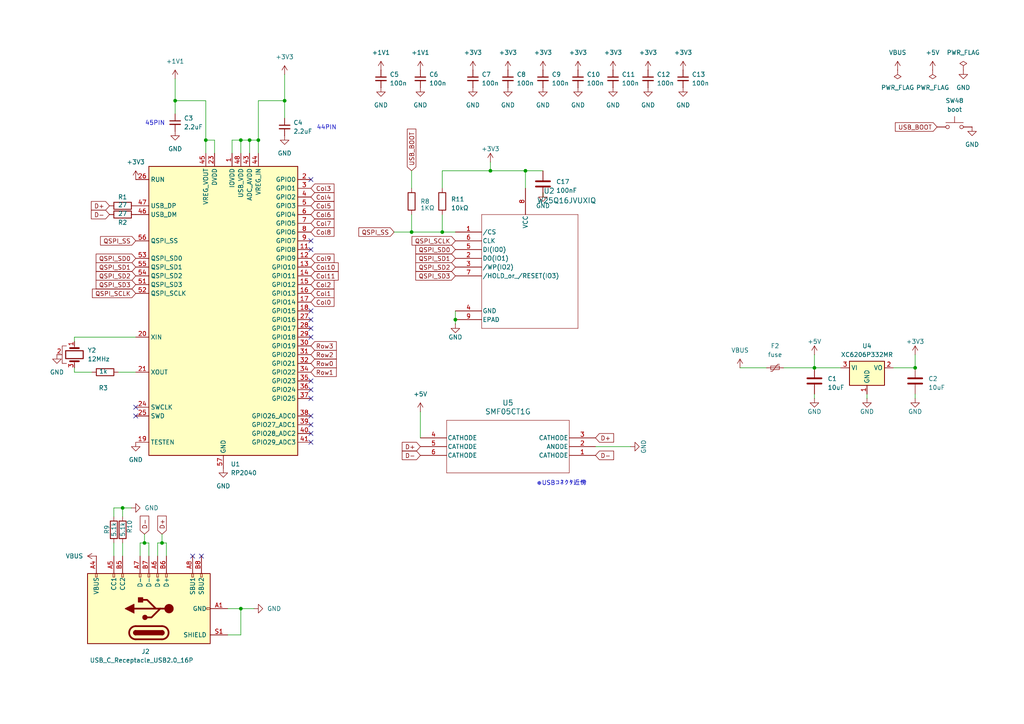
<source format=kicad_sch>
(kicad_sch (version 20250114) (generator "eeschema") (generator_version "9.0")
  (paper "A4")
  (text "45PIN" (at 44.958 35.814 0) (effects (font (size 1.27 1.27))))
  (text "※USBコネクタ近傍" (at 170.18 140.97 0) (effects (font (size 1.27 1.27)) (justify right bottom)))
  (text "44PIN" (at 94.742 37.084 0) (effects (font (size 1.27 1.27))))
  (junction (at 391.16 -5.08))
  (junction (at 332.74 -50.8))
  (junction (at 267.97 -69.85))
  (junction (at 283.21 -43.18))
  (junction (at 311.15 -69.85))
  (junction (at 375.92 -50.8))
  (junction (at 69.85 40.64))
  (junction (at 152.4 49.53))
  (junction (at 337.82 -5.08))
  (junction (at 119.38 67.31))
  (junction (at 224.79 -50.8))
  (junction (at 240.03 -5.08))
  (junction (at 326.39 -43.18))
  (junction (at 419.1 -69.85))
  (junction (at 419.1 -50.8))
  (junction (at 412.75 -43.18))
  (junction (at 265.43 106.68))
  (junction (at 304.8 -43.18))
  (junction (at 203.2 -69.85))
  (junction (at 261.62 -62.23))
  (junction (at 72.39 40.64))
  (junction (at 304.8 -5.08))
  (junction (at 369.57 -62.23))
  (junction (at 304.8 -24.13))
  (junction (at 128.27 67.31))
  (junction (at 132.08 92.71))
  (junction (at 283.21 -62.23))
  (junction (at 347.98 -62.23))
  (junction (at 419.1 -31.75))
  (junction (at 311.15 -31.75))
  (junction (at 261.62 -24.13))
  (junction (at 69.85 176.53))
  (junction (at 240.03 -24.13))
  (junction (at 397.51 -69.85))
  (junction (at 224.79 -31.75))
  (junction (at 397.51 -50.8))
  (junction (at 412.75 -24.13))
  (junction (at 326.39 -24.13))
  (junction (at 434.34 -24.13))
  (junction (at 203.2 -50.8))
  (junction (at 391.16 -24.13))
  (junction (at 375.92 -69.85))
  (junction (at 412.75 -62.23))
  (junction (at 218.44 -43.18))
  (junction (at 82.55 29.21))
  (junction (at 261.62 -43.18))
  (junction (at 354.33 -69.85))
  (junction (at 218.44 -24.13))
  (junction (at 434.34 -62.23))
  (junction (at 246.38 -69.85))
  (junction (at 354.33 -50.8))
  (junction (at 267.97 -31.75))
  (junction (at 59.69 40.64))
  (junction (at 369.57 -24.13))
  (junction (at 326.39 -62.23))
  (junction (at 283.21 -5.08))
  (junction (at 267.97 -50.8))
  (junction (at 142.24 49.53))
  (junction (at 218.44 -5.08))
  (junction (at 289.56 -31.75))
  (junction (at 246.38 -31.75))
  (junction (at 369.57 -5.08))
  (junction (at 246.38 -50.8))
  (junction (at 50.8 29.21))
  (junction (at 391.16 -62.23))
  (junction (at 240.03 -62.23))
  (junction (at 261.62 -5.08))
  (junction (at 347.98 -24.13))
  (junction (at 289.56 -50.8))
  (junction (at 397.51 -31.75))
  (junction (at 41.91 157.48))
  (junction (at 35.56 147.32))
  (junction (at 236.22 106.68))
  (junction (at 434.34 -43.18))
  (junction (at 347.98 -43.18))
  (junction (at 332.74 -69.85))
  (junction (at 434.34 -5.08))
  (junction (at 74.93 40.64))
  (junction (at 46.99 157.48))
  (junction (at 440.69 -31.75))
  (junction (at 283.21 -24.13))
  (junction (at 311.15 -50.8))
  (junction (at 354.33 -31.75))
  (junction (at 289.56 -69.85))
  (junction (at 391.16 -43.18))
  (junction (at 203.2 -31.75))
  (junction (at 440.69 -50.8))
  (junction (at 412.75 -5.08))
  (junction (at 304.8 -62.23))
  (junction (at 375.92 -31.75))
  (junction (at 218.44 -62.23))
  (junction (at 240.03 -43.18))
  (junction (at 224.79 -69.85))
  (junction (at 440.69 -69.85))
  (junction (at 369.57 -43.18))
  (no_connect (at 90.17 92.71))
  (no_connect (at 90.17 69.85))
  (no_connect (at 90.17 90.17))
  (no_connect (at 39.37 118.11))
  (no_connect (at 58.42 161.29))
  (no_connect (at 90.17 95.25))
  (no_connect (at 90.17 110.49))
  (no_connect (at 90.17 97.79))
  (no_connect (at 90.17 52.07))
  (no_connect (at 90.17 115.57))
  (no_connect (at 39.37 120.65))
  (no_connect (at 90.17 113.03))
  (no_connect (at 90.17 123.19))
  (no_connect (at 90.17 125.73))
  (no_connect (at 90.17 128.27))
  (no_connect (at 55.88 161.29))
  (no_connect (at 90.17 72.39))
  (no_connect (at 90.17 120.65))
  (wire (pts (xy 142.24 49.53) (xy 142.24 46.99)))
  (wire (pts (xy 66.04 184.15) (xy 69.85 184.15)))
  (wire (pts (xy 419.1 -69.85) (xy 419.1 -50.8)))
  (wire (pts (xy 114.3 67.31) (xy 119.38 67.31)))
  (wire (pts (xy 326.39 -24.13) (xy 347.98 -24.13)))
  (wire (pts (xy 369.57 -43.18) (xy 391.16 -43.18)))
  (wire (pts (xy 200.66 -24.13) (xy 218.44 -24.13)))
  (wire (pts (xy 246.38 -50.8) (xy 246.38 -31.75)))
  (wire (pts (xy 59.69 44.45) (xy 59.69 40.64)))
  (wire (pts (xy 419.1 -50.8) (xy 419.1 -31.75)))
  (wire (pts (xy 50.8 29.21) (xy 59.69 29.21)))
  (wire (pts (xy 69.85 176.53) (xy 73.66 176.53)))
  (wire (pts (xy 283.21 -62.23) (xy 304.8 -62.23)))
  (wire (pts (xy 265.43 115.57) (xy 265.43 114.3)))
  (wire (pts (xy 41.91 157.48) (xy 41.91 154.94)))
  (wire (pts (xy 132.08 92.71) (xy 132.08 93.98)))
  (wire (pts (xy 240.03 -24.13) (xy 261.62 -24.13)))
  (wire (pts (xy 132.08 90.17) (xy 132.08 92.71)))
  (wire (pts (xy 419.1 -81.28) (xy 419.1 -69.85)))
  (wire (pts (xy 332.74 -81.28) (xy 332.74 -69.85)))
  (wire (pts (xy 59.69 40.64) (xy 59.69 29.21)))
  (wire (pts (xy 236.22 114.3) (xy 236.22 115.57)))
  (wire (pts (xy 218.44 -62.23) (xy 240.03 -62.23)))
  (wire (pts (xy 391.16 -5.08) (xy 412.75 -5.08)))
  (wire (pts (xy 119.38 62.23) (xy 119.38 67.31)))
  (wire (pts (xy 326.39 -43.18) (xy 347.98 -43.18)))
  (wire (pts (xy 35.56 147.32) (xy 38.1 147.32)))
  (wire (pts (xy 203.2 -31.75) (xy 203.2 -12.7)))
  (wire (pts (xy 69.85 40.64) (xy 69.85 44.45)))
  (wire (pts (xy 142.24 49.53) (xy 152.4 49.53)))
  (wire (pts (xy 128.27 62.23) (xy 128.27 67.31)))
  (wire (pts (xy 267.97 -81.28) (xy 267.97 -69.85)))
  (wire (pts (xy 369.57 -62.23) (xy 391.16 -62.23)))
  (wire (pts (xy 67.31 40.64) (xy 67.31 44.45)))
  (wire (pts (xy 283.21 -43.18) (xy 304.8 -43.18)))
  (wire (pts (xy 419.1 -31.75) (xy 419.1 -12.7)))
  (wire (pts (xy 121.92 119.38) (xy 121.92 127)))
  (wire (pts (xy 326.39 -62.23) (xy 347.98 -62.23)))
  (wire (pts (xy 35.56 147.32) (xy 35.56 149.86)))
  (wire (pts (xy 289.56 -31.75) (xy 289.56 -12.7)))
  (wire (pts (xy 69.85 184.15) (xy 69.85 176.53)))
  (wire (pts (xy 218.44 -43.18) (xy 240.03 -43.18)))
  (wire (pts (xy 218.44 -24.13) (xy 240.03 -24.13)))
  (wire (pts (xy 289.56 -69.85) (xy 289.56 -50.8)))
  (wire (pts (xy 434.34 -62.23) (xy 455.93 -62.23)))
  (wire (pts (xy 236.22 106.68) (xy 236.22 102.87)))
  (wire (pts (xy 259.08 106.68) (xy 265.43 106.68)))
  (wire (pts (xy 224.79 -50.8) (xy 224.79 -31.75)))
  (wire (pts (xy 240.03 -5.08) (xy 261.62 -5.08)))
  (wire (pts (xy 218.44 -5.08) (xy 240.03 -5.08)))
  (wire (pts (xy 397.51 -31.75) (xy 397.51 -12.7)))
  (wire (pts (xy 152.4 49.53) (xy 157.48 49.53)))
  (wire (pts (xy 236.22 106.68) (xy 243.84 106.68)))
  (wire (pts (xy 267.97 -31.75) (xy 267.97 -12.7)))
  (wire (pts (xy 354.33 -50.8) (xy 354.33 -31.75)))
  (wire (pts (xy 311.15 -69.85) (xy 311.15 -50.8)))
  (wire (pts (xy 369.57 -24.13) (xy 391.16 -24.13)))
  (wire (pts (xy 62.23 44.45) (xy 62.23 40.64)))
  (wire (pts (xy 50.8 29.21) (xy 50.8 33.02)))
  (wire (pts (xy 412.75 -43.18) (xy 434.34 -43.18)))
  (wire (pts (xy 74.93 40.64) (xy 74.93 44.45)))
  (wire (pts (xy 26.67 107.95) (xy 21.59 107.95)))
  (wire (pts (xy 412.75 -5.08) (xy 434.34 -5.08)))
  (wire (pts (xy 48.26 157.48) (xy 46.99 157.48)))
  (wire (pts (xy 40.64 161.29) (xy 40.64 157.48)))
  (wire (pts (xy 43.18 157.48) (xy 41.91 157.48)))
  (wire (pts (xy 332.74 -50.8) (xy 332.74 -31.75)))
  (wire (pts (xy 246.38 -81.28) (xy 246.38 -69.85)))
  (wire (pts (xy 224.79 -69.85) (xy 224.79 -50.8)))
  (wire (pts (xy 82.55 21.59) (xy 82.55 29.21)))
  (wire (pts (xy 152.4 49.53) (xy 152.4 54.61)))
  (wire (pts (xy 434.34 -43.18) (xy 455.93 -43.18)))
  (wire (pts (xy 21.59 97.79) (xy 21.59 99.06)))
  (wire (pts (xy 251.46 115.57) (xy 251.46 114.3)))
  (wire (pts (xy 347.98 -62.23) (xy 369.57 -62.23)))
  (wire (pts (xy 74.93 40.64) (xy 74.93 29.21)))
  (wire (pts (xy 412.75 -24.13) (xy 434.34 -24.13)))
  (wire (pts (xy 391.16 -62.23) (xy 412.75 -62.23)))
  (wire (pts (xy 434.34 -5.08) (xy 455.93 -5.08)))
  (wire (pts (xy 412.75 -62.23) (xy 434.34 -62.23)))
  (wire (pts (xy 128.27 49.53) (xy 128.27 54.61)))
  (wire (pts (xy 35.56 157.48) (xy 35.56 161.29)))
  (wire (pts (xy 304.8 -43.18) (xy 326.39 -43.18)))
  (wire (pts (xy 45.72 161.29) (xy 45.72 157.48)))
  (wire (pts (xy 261.62 -5.08) (xy 283.21 -5.08)))
  (wire (pts (xy 283.21 -5.08) (xy 304.8 -5.08)))
  (wire (pts (xy 82.55 29.21) (xy 82.55 34.29)))
  (wire (pts (xy 347.98 -24.13) (xy 369.57 -24.13)))
  (wire (pts (xy 203.2 -81.28) (xy 203.2 -69.85)))
  (wire (pts (xy 200.66 -62.23) (xy 218.44 -62.23)))
  (wire (pts (xy 157.48 55.88) (xy 157.48 57.15)))
  (wire (pts (xy 289.56 -81.28) (xy 289.56 -69.85)))
  (wire (pts (xy 354.33 -69.85) (xy 354.33 -50.8)))
  (wire (pts (xy 311.15 -31.75) (xy 311.15 -12.7)))
  (wire (pts (xy 240.03 -43.18) (xy 261.62 -43.18)))
  (wire (pts (xy 224.79 -31.75) (xy 224.79 -12.7)))
  (wire (pts (xy 67.31 40.64) (xy 69.85 40.64)))
  (wire (pts (xy 375.92 -31.75) (xy 375.92 -12.7)))
  (wire (pts (xy 69.85 40.64) (xy 72.39 40.64)))
  (wire (pts (xy 21.59 107.95) (xy 21.59 106.68)))
  (wire (pts (xy 337.82 -5.08) (xy 369.57 -5.08)))
  (wire (pts (xy 200.66 -5.08) (xy 218.44 -5.08)))
  (wire (pts (xy 311.15 -81.28) (xy 311.15 -69.85)))
  (wire (pts (xy 224.79 -81.28) (xy 224.79 -69.85)))
  (wire (pts (xy 397.51 -69.85) (xy 397.51 -50.8)))
  (wire (pts (xy 369.57 -5.08) (xy 391.16 -5.08)))
  (wire (pts (xy 354.33 -31.75) (xy 354.33 -12.7)))
  (wire (pts (xy 397.51 -81.28) (xy 397.51 -69.85)))
  (wire (pts (xy 311.15 -12.7) (xy 322.58 -12.7)))
  (wire (pts (xy 45.72 157.48) (xy 46.99 157.48)))
  (wire (pts (xy 246.38 -69.85) (xy 246.38 -50.8)))
  (wire (pts (xy 48.26 161.29) (xy 48.26 157.48)))
  (wire (pts (xy 40.64 157.48) (xy 41.91 157.48)))
  (wire (pts (xy 304.8 -24.13) (xy 326.39 -24.13)))
  (wire (pts (xy 391.16 -43.18) (xy 412.75 -43.18)))
  (wire (pts (xy 240.03 -62.23) (xy 261.62 -62.23)))
  (wire (pts (xy 267.97 -69.85) (xy 267.97 -50.8)))
  (wire (pts (xy 304.8 -5.08) (xy 337.82 -5.08)))
  (wire (pts (xy 203.2 -69.85) (xy 203.2 -50.8)))
  (wire (pts (xy 33.02 147.32) (xy 35.56 147.32)))
  (wire (pts (xy 182.88 129.54) (xy 172.72 129.54)))
  (wire (pts (xy 397.51 -50.8) (xy 397.51 -31.75)))
  (wire (pts (xy 440.69 -50.8) (xy 440.69 -31.75)))
  (wire (pts (xy 375.92 -69.85) (xy 375.92 -50.8)))
  (wire (pts (xy 33.02 157.48) (xy 33.02 161.29)))
  (wire (pts (xy 74.93 29.21) (xy 82.55 29.21)))
  (wire (pts (xy 261.62 -24.13) (xy 283.21 -24.13)))
  (wire (pts (xy 261.62 -43.18) (xy 283.21 -43.18)))
  (wire (pts (xy 128.27 67.31) (xy 132.08 67.31)))
  (wire (pts (xy 440.69 -69.85) (xy 440.69 -50.8)))
  (wire (pts (xy 347.98 -43.18) (xy 369.57 -43.18)))
  (wire (pts (xy 354.33 -81.28) (xy 354.33 -69.85)))
  (wire (pts (xy 72.39 40.64) (xy 72.39 44.45)))
  (wire (pts (xy 265.43 102.87) (xy 265.43 106.68)))
  (wire (pts (xy 267.97 -50.8) (xy 267.97 -31.75)))
  (wire (pts (xy 50.8 22.86) (xy 50.8 29.21)))
  (wire (pts (xy 203.2 -50.8) (xy 203.2 -31.75)))
  (wire (pts (xy 311.15 -50.8) (xy 311.15 -31.75)))
  (wire (pts (xy 214.63 106.68) (xy 222.25 106.68)))
  (wire (pts (xy 33.02 149.86) (xy 33.02 147.32)))
  (wire (pts (xy 43.18 161.29) (xy 43.18 157.48)))
  (wire (pts (xy 391.16 -24.13) (xy 412.75 -24.13)))
  (wire (pts (xy 375.92 -50.8) (xy 375.92 -31.75)))
  (wire (pts (xy 59.69 40.64) (xy 62.23 40.64)))
  (wire (pts (xy 440.69 -81.28) (xy 440.69 -69.85)))
  (wire (pts (xy 142.24 49.53) (xy 128.27 49.53)))
  (wire (pts (xy 39.37 97.79) (xy 21.59 97.79)))
  (wire (pts (xy 46.99 157.48) (xy 46.99 154.94)))
  (wire (pts (xy 283.21 -24.13) (xy 304.8 -24.13)))
  (wire (pts (xy 434.34 -24.13) (xy 455.93 -24.13)))
  (wire (pts (xy 332.74 -69.85) (xy 332.74 -50.8)))
  (wire (pts (xy 375.92 -81.28) (xy 375.92 -69.85)))
  (wire (pts (xy 304.8 -62.23) (xy 326.39 -62.23)))
  (wire (pts (xy 119.38 49.53) (xy 119.38 54.61)))
  (wire (pts (xy 119.38 67.31) (xy 128.27 67.31)))
  (wire (pts (xy 200.66 -43.18) (xy 218.44 -43.18)))
  (wire (pts (xy 72.39 40.64) (xy 74.93 40.64)))
  (wire (pts (xy 246.38 -31.75) (xy 246.38 -12.7)))
  (wire (pts (xy 289.56 -50.8) (xy 289.56 -31.75)))
  (wire (pts (xy 34.29 107.95) (xy 39.37 107.95)))
  (wire (pts (xy 261.62 -62.23) (xy 283.21 -62.23)))
  (wire (pts (xy 66.04 176.53) (xy 69.85 176.53)))
  (wire (pts (xy 227.33 106.68) (xy 236.22 106.68)))
  (wire (pts (xy 440.69 -31.75) (xy 440.69 -12.7)))
  (global_label "Col3" (shape input) (at 90.17 54.61 0) (property "Intersheetrefs" "${INTERSHEET_REFS}" (effects (hide yes))))
  (global_label "USB_BOOT" (shape input) (at 119.38 49.53 90) (property "Intersheetrefs" "${INTERSHEET_REFS}" (effects (hide yes))))
  (global_label "QSPI_SS" (shape input) (at 114.3 67.31 180) (property "Intersheetrefs" "${INTERSHEET_REFS}" (effects (hide yes))))
  (global_label "Row3" (shape input) (at 200.66 -5.08 180) (property "Intersheetrefs" "${INTERSHEET_REFS}" (effects (hide yes))))
  (global_label "Col5" (shape input) (at 90.17 59.69 0) (property "Intersheetrefs" "${INTERSHEET_REFS}" (effects (hide yes))))
  (global_label "Col6" (shape input) (at 332.74 -81.28 90) (property "Intersheetrefs" "${INTERSHEET_REFS}" (effects (hide yes))))
  (global_label "Col1" (shape input) (at 90.17 85.09 0) (property "Intersheetrefs" "${INTERSHEET_REFS}" (effects (hide yes))))
  (global_label "QSPI_SCLK" (shape input) (at 39.37 85.09 180) (property "Intersheetrefs" "${INTERSHEET_REFS}" (effects (hide yes))))
  (global_label "Col0" (shape input) (at 203.2 -81.28 90) (property "Intersheetrefs" "${INTERSHEET_REFS}" (effects (hide yes))))
  (global_label "QSPI_SD2" (shape input) (at 39.37 80.01 180) (property "Intersheetrefs" "${INTERSHEET_REFS}" (effects (hide yes))))
  (global_label "Row3" (shape input) (at 90.17 100.33 0) (property "Intersheetrefs" "${INTERSHEET_REFS}" (effects (hide yes))))
  (global_label "QSPI_SS" (shape input) (at 39.37 69.85 180) (property "Intersheetrefs" "${INTERSHEET_REFS}" (effects (hide yes))))
  (global_label "Col5" (shape input) (at 311.15 -81.28 90) (property "Intersheetrefs" "${INTERSHEET_REFS}" (effects (hide yes))))
  (global_label "Col0" (shape input) (at 90.17 87.63 0) (property "Intersheetrefs" "${INTERSHEET_REFS}" (effects (hide yes))))
  (global_label "Col3" (shape input) (at 267.97 -81.28 90) (property "Intersheetrefs" "${INTERSHEET_REFS}" (effects (hide yes))))
  (global_label "QSPI_SD0" (shape input) (at 39.37 74.93 180) (property "Intersheetrefs" "${INTERSHEET_REFS}" (effects (hide yes))))
  (global_label "QSPI_SD2" (shape input) (at 132.08 77.47 180) (property "Intersheetrefs" "${INTERSHEET_REFS}" (effects (hide yes))))
  (global_label "Col4" (shape input) (at 289.56 -81.28 90) (property "Intersheetrefs" "${INTERSHEET_REFS}" (effects (hide yes))))
  (global_label "Col10" (shape input) (at 419.1 -81.28 90) (property "Intersheetrefs" "${INTERSHEET_REFS}" (effects (hide yes))))
  (global_label "Col11" (shape input) (at 440.69 -81.28 90) (property "Intersheetrefs" "${INTERSHEET_REFS}" (effects (hide yes))))
  (global_label "Col9" (shape input) (at 397.51 -81.28 90) (property "Intersheetrefs" "${INTERSHEET_REFS}" (effects (hide yes))))
  (global_label "Col9" (shape input) (at 90.17 74.93 0) (property "Intersheetrefs" "${INTERSHEET_REFS}" (effects (hide yes))))
  (global_label "Col10" (shape input) (at 90.17 77.47 0) (property "Intersheetrefs" "${INTERSHEET_REFS}" (effects (hide yes))))
  (global_label "QSPI_SD1" (shape input) (at 132.08 74.93 180) (property "Intersheetrefs" "${INTERSHEET_REFS}" (effects (hide yes))))
  (global_label "D+" (shape input) (at 121.92 129.54 180) (property "Intersheetrefs" "${INTERSHEET_REFS}" (effects (hide yes))))
  (global_label "D+" (shape input) (at 46.99 154.94 90) (property "Intersheetrefs" "${INTERSHEET_REFS}" (effects (hide yes))))
  (global_label "USB_BOOT" (shape input) (at 271.78 36.83 180) (property "Intersheetrefs" "${INTERSHEET_REFS}" (effects (hide yes))))
  (global_label "Col1" (shape input) (at 224.79 -81.28 90) (property "Intersheetrefs" "${INTERSHEET_REFS}" (effects (hide yes))))
  (global_label "Col8" (shape input) (at 375.92 -81.28 90) (property "Intersheetrefs" "${INTERSHEET_REFS}" (effects (hide yes))))
  (global_label "QSPI_SD0" (shape input) (at 132.08 72.39 180) (property "Intersheetrefs" "${INTERSHEET_REFS}" (effects (hide yes))))
  (global_label "QSPI_SD3" (shape input) (at 39.37 82.55 180) (property "Intersheetrefs" "${INTERSHEET_REFS}" (effects (hide yes))))
  (global_label "Col2" (shape input) (at 246.38 -81.28 90) (property "Intersheetrefs" "${INTERSHEET_REFS}" (effects (hide yes))))
  (global_label "D-" (shape input) (at 172.72 132.08 0) (property "Intersheetrefs" "${INTERSHEET_REFS}" (effects (hide yes))))
  (global_label "QSPI_SCLK" (shape input) (at 132.08 69.85 180) (property "Intersheetrefs" "${INTERSHEET_REFS}" (effects (hide yes))))
  (global_label "Row0" (shape input) (at 200.66 -62.23 180) (property "Intersheetrefs" "${INTERSHEET_REFS}" (effects (hide yes))))
  (global_label "QSPI_SD3" (shape input) (at 132.08 80.01 180) (property "Intersheetrefs" "${INTERSHEET_REFS}" (effects (hide yes))))
  (global_label "Col4" (shape input) (at 90.17 57.15 0) (property "Intersheetrefs" "${INTERSHEET_REFS}" (effects (hide yes))))
  (global_label "D-" (shape input) (at 31.75 62.23 180) (property "Intersheetrefs" "${INTERSHEET_REFS}" (effects (hide yes))))
  (global_label "Col8" (shape input) (at 90.17 67.31 0) (property "Intersheetrefs" "${INTERSHEET_REFS}" (effects (hide yes))))
  (global_label "Col2" (shape input) (at 90.17 82.55 0) (property "Intersheetrefs" "${INTERSHEET_REFS}" (effects (hide yes))))
  (global_label "D+" (shape input) (at 172.72 127 0) (property "Intersheetrefs" "${INTERSHEET_REFS}" (effects (hide yes))))
  (global_label "Col7" (shape input) (at 90.17 64.77 0) (property "Intersheetrefs" "${INTERSHEET_REFS}" (effects (hide yes))))
  (global_label "QSPI_SD1" (shape input) (at 39.37 77.47 180) (property "Intersheetrefs" "${INTERSHEET_REFS}" (effects (hide yes))))
  (global_label "Col6" (shape input) (at 90.17 62.23 0) (property "Intersheetrefs" "${INTERSHEET_REFS}" (effects (hide yes))))
  (global_label "Row0" (shape input) (at 90.17 105.41 0) (property "Intersheetrefs" "${INTERSHEET_REFS}" (effects (hide yes))))
  (global_label "D-" (shape input) (at 121.92 132.08 180) (property "Intersheetrefs" "${INTERSHEET_REFS}" (effects (hide yes))))
  (global_label "Col11" (shape input) (at 90.17 80.01 0) (property "Intersheetrefs" "${INTERSHEET_REFS}" (effects (hide yes))))
  (global_label "Row2" (shape input) (at 200.66 -24.13 180) (property "Intersheetrefs" "${INTERSHEET_REFS}" (effects (hide yes))))
  (global_label "Col7" (shape input) (at 354.33 -81.28 90) (property "Intersheetrefs" "${INTERSHEET_REFS}" (effects (hide yes))))
  (global_label "Row1" (shape input) (at 90.17 107.95 0) (property "Intersheetrefs" "${INTERSHEET_REFS}" (effects (hide yes))))
  (global_label "D-" (shape input) (at 41.91 154.94 90) (property "Intersheetrefs" "${INTERSHEET_REFS}" (effects (hide yes))))
  (global_label "Row2" (shape input) (at 90.17 102.87 0) (property "Intersheetrefs" "${INTERSHEET_REFS}" (effects (hide yes))))
  (global_label "Row1" (shape input) (at 200.66 -43.18 180) (property "Intersheetrefs" "${INTERSHEET_REFS}" (effects (hide yes))))
  (global_label "D+" (shape input) (at 31.75 59.69 180) (property "Intersheetrefs" "${INTERSHEET_REFS}" (effects (hide yes))))
  (symbol (lib_id "kbd:SW_PUSH") (at 448.31 -12.7 0) (unit 1)
    (property "Reference" "SW47" (at 448.31 -20.32 0))
    (property "Value" "SW_PUSH" (at 448.31 -17.78 0))
    (property "Footprint" "kbd_SW:CherryMX_Hotswap_1u" (at 448.31 -12.7 0))
  )
  (symbol (lib_name "C_Small_1") (lib_id "Device:C_Small") (at 187.96 22.86 0) (unit 1)
    (property "Reference" "C12" (at 190.5 21.5962 0) (effects (justify left)))
    (property "Value" "100n" (at 190.5 24.1362 0) (effects (justify left)))
    (property "Footprint" "Capacitor_SMD:C_0402_1005Metric" (effects (hide yes)))
    (property "Description" "Unpolarized capacitor, small symbol" (effects (hide yes)))
  )
  (symbol (lib_id "kbd:SW_PUSH") (at 254 -31.75 0) (unit 1)
    (property "Reference" "SW27" (at 254 -39.37 0))
    (property "Value" "SW_PUSH" (at 254 -36.83 0))
    (property "Footprint" "kbd_SW:CherryMX_Hotswap_1u" (at 254 -31.75 0))
  )
  (symbol (lib_id "Device:D") (at 391.16 -27.94 90) (unit 1)
    (property "Reference" "D33" (at 393.7 -29.2101 90) (effects (justify right)))
    (property "Value" "D" (at 393.7 -26.6701 90) (effects (justify right)))
    (property "Footprint" "kbd_Parts:Diode_TH_SMD" (effects (hide yes)))
    (property "Description" "Diode" (effects (hide yes)))
    (property "Sim.Device" "D" (effects (hide yes)))
    (property "Sim.Pins" "1=K 2=A" (effects (hide yes)))
  )
  (symbol (lib_id "Device:D") (at 369.57 -27.94 90) (unit 1)
    (property "Reference" "D32" (at 372.11 -29.2101 90) (effects (justify right)))
    (property "Value" "D" (at 372.11 -26.6701 90) (effects (justify right)))
    (property "Footprint" "kbd_Parts:Diode_TH_SMD" (effects (hide yes)))
    (property "Description" "Diode" (effects (hide yes)))
    (property "Sim.Device" "D" (effects (hide yes)))
    (property "Sim.Pins" "1=K 2=A" (effects (hide yes)))
  )
  (symbol (lib_name "C_Small_1") (lib_id "Device:C_Small") (at 167.64 22.86 0) (unit 1)
    (property "Reference" "C10" (at 170.18 21.5962 0) (effects (justify left)))
    (property "Value" "100n" (at 170.18 24.1362 0) (effects (justify left)))
    (property "Footprint" "Capacitor_SMD:C_0402_1005Metric" (effects (hide yes)))
    (property "Description" "Unpolarized capacitor, small symbol" (effects (hide yes)))
  )
  (symbol (lib_id "kbd:SW_PUSH") (at 405.13 -69.85 0) (unit 1)
    (property "Reference" "SW10" (at 405.13 -77.47 0))
    (property "Value" "SW_PUSH" (at 405.13 -74.93 0))
    (property "Footprint" "kbd_SW:CherryMX_Hotswap_1u" (at 405.13 -69.85 0))
  )
  (symbol (lib_id "Device:D") (at 283.21 -8.89 90) (unit 1)
    (property "Reference" "D40" (at 285.75 -10.1601 90) (effects (justify right)))
    (property "Value" "D" (at 285.75 -7.6201 90) (effects (justify right)))
    (property "Footprint" "kbd_Parts:Diode_TH_SMD" (effects (hide yes)))
    (property "Description" "Diode" (effects (hide yes)))
    (property "Sim.Device" "D" (effects (hide yes)))
    (property "Sim.Pins" "1=K 2=A" (effects (hide yes)))
  )
  (symbol (lib_id "Device:D") (at 218.44 -46.99 90) (unit 1)
    (property "Reference" "D13" (at 220.98 -48.2601 90) (effects (justify right)))
    (property "Value" "D" (at 220.98 -45.7201 90) (effects (justify right)))
    (property "Footprint" "kbd_Parts:Diode_TH_SMD" (effects (hide yes)))
    (property "Description" "Diode" (effects (hide yes)))
    (property "Sim.Device" "D" (effects (hide yes)))
    (property "Sim.Pins" "1=K 2=A" (effects (hide yes)))
  )
  (symbol (lib_id "Device:D") (at 434.34 -66.04 90) (unit 1)
    (property "Reference" "D11" (at 436.88 -67.3101 90) (effects (justify right)))
    (property "Value" "D" (at 436.88 -64.7701 90) (effects (justify right)))
    (property "Footprint" "kbd_Parts:Diode_TH_SMD" (effects (hide yes)))
    (property "Description" "Diode" (effects (hide yes)))
    (property "Sim.Device" "D" (effects (hide yes)))
    (property "Sim.Pins" "1=K 2=A" (effects (hide yes)))
  )
  (symbol (lib_id "Device:R") (at 35.56 153.67 0) (unit 1)
    (property "Reference" "R10" (at 37.592 154.686 90) (effects (justify left)))
    (property "Value" "5.1k" (at 35.56 155.702 90) (effects (justify left)))
    (property "Footprint" "Resistor_SMD:R_0402_1005Metric" (effects (hide yes)))
    (property "Description" "Resistor" (effects (hide yes)))
  )
  (symbol (lib_id "kbd:SW_PUSH") (at 426.72 -69.85 0) (unit 1)
    (property "Reference" "SW11" (at 426.72 -77.47 0))
    (property "Value" "SW_PUSH" (at 426.72 -74.93 0))
    (property "Footprint" "kbd_SW:CherryMX_Hotswap_1u" (at 426.72 -69.85 0))
  )
  (symbol (lib_id "power:GND") (at 182.88 129.54 90) (unit 1)
    (property "Reference" "#PWR054" (effects (hide yes)))
    (property "Value" "GND" (at 186.69 129.54 0))
  )
  (symbol (lib_id "Device:D") (at 455.93 -66.04 90) (unit 1)
    (property "Reference" "D12" (at 458.47 -67.3101 90) (effects (justify right)))
    (property "Value" "D" (at 458.47 -64.7701 90) (effects (justify right)))
    (property "Footprint" "kbd_Parts:Diode_TH_SMD" (effects (hide yes)))
    (property "Description" "Diode" (effects (hide yes)))
    (property "Sim.Device" "D" (effects (hide yes)))
    (property "Sim.Pins" "1=K 2=A" (effects (hide yes)))
  )
  (symbol (lib_id "MCU_RaspberryPi:RP2040") (at 64.77 90.17 0) (unit 1)
    (property "Reference" "U1" (at 66.9133 134.62 0) (effects (justify left)))
    (property "Value" "RP2040" (at 66.9133 137.16 0) (effects (justify left)))
    (property "Footprint" "Package_DFN_QFN:QFN-56-1EP_7x7mm_P0.4mm_EP3.2x3.2mm" (effects (hide yes)))
    (property "Datasheet" "https://datasheets.raspberrypi.com/rp2040/rp2040-datasheet.pdf" (effects (hide yes)))
    (property "Description" "A microcontroller by Raspberry Pi" (effects (hide yes)))
  )
  (symbol (lib_id "power:GND") (at 281.94 36.83 0) (unit 1)
    (property "Reference" "#PWR05" (effects (hide yes)))
    (property "Value" "GND" (at 281.94 41.91 0))
    (property "Description" "Power symbol creates a global label with name \"GND\" , ground" (effects (hide yes)))
  )
  (symbol (lib_id "power:+1V1") (at 121.92 20.32 0) (unit 1)
    (property "Reference" "#PWR018" (effects (hide yes)))
    (property "Value" "+1V1" (at 121.92 15.24 0))
    (property "Description" "Power symbol creates a global label with name \"+1V1\"" (effects (hide yes)))
  )
  (symbol (lib_id "power:GND") (at 16.51 102.87 0) (unit 1)
    (property "Reference" "#PWR010" (effects (hide yes)))
    (property "Value" "GND" (at 16.51 107.95 0))
    (property "Description" "Power symbol creates a global label with name \"GND\" , ground" (effects (hide yes)))
  )
  (symbol (lib_id "Device:Polyfuse_Small") (at 224.79 106.68 90) (unit 1)
    (property "Reference" "F2" (at 224.79 100.33 90))
    (property "Value" "fuse" (at 224.79 102.87 90))
    (property "Footprint" "Fuse:Fuse_1206_3216Metric" (effects (hide yes)))
    (property "Description" "C70076" (effects (hide yes)))
  )
  (symbol (lib_id "Device:D") (at 283.21 -46.99 90) (unit 1)
    (property "Reference" "D16" (at 285.75 -48.2601 90) (effects (justify right)))
    (property "Value" "D" (at 285.75 -45.7201 90) (effects (justify right)))
    (property "Footprint" "kbd_Parts:Diode_TH_SMD" (effects (hide yes)))
    (property "Description" "Diode" (effects (hide yes)))
    (property "Sim.Device" "D" (effects (hide yes)))
    (property "Sim.Pins" "1=K 2=A" (effects (hide yes)))
  )
  (symbol (lib_id "kbd:SW_PUSH") (at 405.13 -50.8 0) (unit 1)
    (property "Reference" "SW22" (at 405.13 -58.42 0))
    (property "Value" "SW_PUSH" (at 405.13 -55.88 0))
    (property "Footprint" "kbd_SW:CherryMX_Hotswap_1u" (at 405.13 -50.8 0))
  )
  (symbol (lib_id "power:+3V3") (at 147.32 20.32 0) (unit 1)
    (property "Reference" "#PWR022" (effects (hide yes)))
    (property "Value" "+3V3" (at 147.32 15.24 0))
    (property "Description" "Power symbol creates a global label with name \"+3V3\"" (effects (hide yes)))
  )
  (symbol (lib_id "Device:C") (at 265.43 110.49 0) (unit 1)
    (property "Reference" "C2" (at 269.24 109.855 0) (effects (justify left)))
    (property "Value" "10uF" (at 269.24 112.395 0) (effects (justify left)))
    (property "Footprint" "Capacitor_SMD:C_0402_1005Metric" (effects (hide yes)))
    (property "JLCPCB Part #" "C15525" (effects (hide yes)))
  )
  (symbol (lib_id "kbd:SW_PUSH") (at 297.18 -69.85 0) (unit 1)
    (property "Reference" "SW5" (at 297.18 -77.47 0))
    (property "Value" "SW_PUSH" (at 297.18 -74.93 0))
    (property "Footprint" "kbd_SW:CherryMX_Hotswap_1u" (at 297.18 -69.85 0))
  )
  (symbol (lib_id "kbd:SW_PUSH") (at 297.18 -50.8 0) (unit 1)
    (property "Reference" "SW17" (at 297.18 -58.42 0))
    (property "Value" "SW_PUSH" (at 297.18 -55.88 0))
    (property "Footprint" "kbd_SW:CherryMX_Hotswap_1u" (at 297.18 -50.8 0))
  )
  (symbol (lib_id "power:VBUS") (at 27.94 161.29 90) (unit 1)
    (property "Reference" "#PWR048" (effects (hide yes)))
    (property "Value" "VBUS" (at 24.13 161.2899 90) (effects (justify left)))
    (property "Description" "Power symbol creates a global label with name \"VBUS\"" (effects (hide yes)))
  )
  (symbol (lib_id "Device:R") (at 119.38 58.42 180) (unit 1)
    (property "Reference" "R8" (at 121.92 58.4199 0) (effects (justify right)))
    (property "Value" "1KΩ" (at 121.92 60.325 0) (effects (justify right)))
    (property "Footprint" "Resistor_SMD:R_0402_1005Metric" (effects (hide yes)))
    (property "JLCPCB Part #" "C11702" (effects (hide yes)))
  )
  (symbol (lib_id "Device:D") (at 434.34 -8.89 90) (unit 1)
    (property "Reference" "D46" (at 436.88 -10.1601 90) (effects (justify right)))
    (property "Value" "D" (at 436.88 -7.6201 90) (effects (justify right)))
    (property "Footprint" "kbd_Parts:Diode_TH_SMD" (effects (hide yes)))
    (property "Description" "Diode" (effects (hide yes)))
    (property "Sim.Device" "D" (effects (hide yes)))
    (property "Sim.Pins" "1=K 2=A" (effects (hide yes)))
  )
  (symbol (lib_id "power:GND") (at 137.16 25.4 0) (unit 1)
    (property "Reference" "#PWR021" (effects (hide yes)))
    (property "Value" "GND" (at 137.16 30.48 0))
    (property "Description" "Power symbol creates a global label with name \"GND\" , ground" (effects (hide yes)))
  )
  (symbol (lib_id "Device:D") (at 412.75 -66.04 90) (unit 1)
    (property "Reference" "D10" (at 415.29 -67.3101 90) (effects (justify right)))
    (property "Value" "D" (at 415.29 -64.7701 90) (effects (justify right)))
    (property "Footprint" "kbd_Parts:Diode_TH_SMD" (effects (hide yes)))
    (property "Description" "Diode" (effects (hide yes)))
    (property "Sim.Device" "D" (effects (hide yes)))
    (property "Sim.Pins" "1=K 2=A" (effects (hide yes)))
  )
  (symbol (lib_id "Device:D") (at 337.82 -8.89 90) (unit 1)
    (property "Reference" "D42" (at 340.36 -10.1601 90) (effects (justify right)))
    (property "Value" "D" (at 340.36 -7.6201 90) (effects (justify right)))
    (property "Footprint" "kbd_Parts:Diode_TH_SMD" (effects (hide yes)))
    (property "Description" "Diode" (effects (hide yes)))
    (property "Sim.Device" "D" (effects (hide yes)))
    (property "Sim.Pins" "1=K 2=A" (effects (hide yes)))
  )
  (symbol (lib_id "Device:D") (at 261.62 -27.94 90) (unit 1)
    (property "Reference" "D27" (at 264.16 -29.2101 90) (effects (justify right)))
    (property "Value" "D" (at 264.16 -26.6701 90) (effects (justify right)))
    (property "Footprint" "kbd_Parts:Diode_TH_SMD" (effects (hide yes)))
    (property "Description" "Diode" (effects (hide yes)))
    (property "Sim.Device" "D" (effects (hide yes)))
    (property "Sim.Pins" "1=K 2=A" (effects (hide yes)))
  )
  (symbol (lib_id "kbd:SW_PUSH") (at 361.95 -12.7 0) (unit 1)
    (property "Reference" "SW43" (at 361.95 -20.32 0))
    (property "Value" "SW_PUSH" (at 361.95 -17.78 0))
    (property "Footprint" "kbd_SW:CherryMX_Hotswap_1u" (at 361.95 -12.7 0))
  )
  (symbol (lib_id "Device:D") (at 240.03 -66.04 90) (unit 1)
    (property "Reference" "D2" (at 242.57 -67.3101 90) (effects (justify right)))
    (property "Value" "D" (at 242.57 -64.7701 90) (effects (justify right)))
    (property "Footprint" "kbd_Parts:Diode_TH_SMD" (effects (hide yes)))
    (property "Description" "Diode" (effects (hide yes)))
    (property "Sim.Device" "D" (effects (hide yes)))
    (property "Sim.Pins" "1=K 2=A" (effects (hide yes)))
  )
  (symbol (lib_id "kbd:SW_PUSH") (at 383.54 -69.85 0) (unit 1)
    (property "Reference" "SW9" (at 383.54 -77.47 0))
    (property "Value" "SW_PUSH" (at 383.54 -74.93 0))
    (property "Footprint" "kbd_SW:CherryMX_Hotswap_1u" (at 383.54 -69.85 0))
  )
  (symbol (lib_id "Device:D") (at 240.03 -8.89 90) (unit 1)
    (property "Reference" "D38" (at 242.57 -10.1601 90) (effects (justify right)))
    (property "Value" "D" (at 242.57 -7.6201 90) (effects (justify right)))
    (property "Footprint" "kbd_Parts:Diode_TH_SMD" (effects (hide yes)))
    (property "Description" "Diode" (effects (hide yes)))
    (property "Sim.Device" "D" (effects (hide yes)))
    (property "Sim.Pins" "1=K 2=A" (effects (hide yes)))
  )
  (symbol (lib_id "power:GND") (at 157.48 55.88 0) (unit 1)
    (property "Reference" "#PWR047" (effects (hide yes)))
    (property "Value" "GND" (at 157.48 59.69 0))
  )
  (symbol (lib_id "Switch:SW_Push") (at 276.86 36.83 0) (unit 1)
    (property "Reference" "SW48" (at 276.86 29.21 0))
    (property "Value" "boot" (at 276.86 31.75 0))
    (property "Footprint" "Button_Switch_SMD:SW_Push_1P1T_XKB_TS-1187A" (effects (hide yes)))
    (property "Description" "Push button switch, generic, two pins" (effects (hide yes)))
  )
  (symbol (lib_id "kbd:SW_PUSH") (at 426.72 -12.7 0) (unit 1)
    (property "Reference" "SW46" (at 426.72 -20.32 0))
    (property "Value" "SW_PUSH" (at 426.72 -17.78 0))
    (property "Footprint" "kbd_SW:CherryMX_Hotswap_1u" (at 426.72 -12.7 0))
  )
  (symbol (lib_name "C_Small_1") (lib_id "Device:C_Small") (at 137.16 22.86 0) (unit 1)
    (property "Reference" "C7" (at 139.7 21.5962 0) (effects (justify left)))
    (property "Value" "100n" (at 139.7 24.1362 0) (effects (justify left)))
    (property "Footprint" "Capacitor_SMD:C_0402_1005Metric" (effects (hide yes)))
    (property "Description" "Unpolarized capacitor, small symbol" (effects (hide yes)))
  )
  (symbol (lib_id "kbd:SW_PUSH") (at 383.54 -12.7 0) (unit 1)
    (property "Reference" "SW44" (at 383.54 -20.32 0))
    (property "Value" "SW_PUSH" (at 383.54 -17.78 0))
    (property "Footprint" "kbd_SW:CherryMX_Hotswap_1u" (at 383.54 -12.7 0))
  )
  (symbol (lib_id "Device:Crystal_GND2") (at 21.59 102.87 270) (unit 1)
    (property "Reference" "Y2" (at 25.4 101.5999 90) (effects (justify left)))
    (property "Value" "12MHz" (at 25.4 104.1399 90) (effects (justify left)))
    (property "Footprint" "Crystal:Resonator_SMD_Murata_CSTxExxV-3Pin_3.0x1.1mm" (effects (hide yes)))
    (property "Description" "Three pin crystal, GND on pin 2" (effects (hide yes)))
    (property "JLCPCB Part #" "JLCPCB Part #" (effects (hide yes)))
  )
  (symbol (lib_id "kbd:SW_PUSH") (at 340.36 -31.75 0) (unit 1)
    (property "Reference" "SW31" (at 340.36 -39.37 0))
    (property "Value" "SW_PUSH" (at 340.36 -36.83 0))
    (property "Footprint" "kbd_SW:CherryMX_Hotswap_1u" (at 340.36 -31.75 0))
  )
  (symbol (lib_id "Device:D") (at 240.03 -46.99 90) (unit 1)
    (property "Reference" "D14" (at 242.57 -48.2601 90) (effects (justify right)))
    (property "Value" "D" (at 242.57 -45.7201 90) (effects (justify right)))
    (property "Footprint" "kbd_Parts:Diode_TH_SMD" (effects (hide yes)))
    (property "Description" "Diode" (effects (hide yes)))
    (property "Sim.Device" "D" (effects (hide yes)))
    (property "Sim.Pins" "1=K 2=A" (effects (hide yes)))
  )
  (symbol (lib_id "Device:D") (at 283.21 -66.04 90) (unit 1)
    (property "Reference" "D4" (at 285.75 -67.3101 90) (effects (justify right)))
    (property "Value" "D" (at 285.75 -64.7701 90) (effects (justify right)))
    (property "Footprint" "kbd_Parts:Diode_TH_SMD" (effects (hide yes)))
    (property "Description" "Diode" (effects (hide yes)))
    (property "Sim.Device" "D" (effects (hide yes)))
    (property "Sim.Pins" "1=K 2=A" (effects (hide yes)))
  )
  (symbol (lib_id "kbd:SW_PUSH") (at 254 -12.7 0) (unit 1)
    (property "Reference" "SW39" (at 254 -20.32 0))
    (property "Value" "SW_PUSH" (at 254 -17.78 0))
    (property "Footprint" "kbd_SW:CherryMX_Hotswap_1u" (at 254 -12.7 0))
  )
  (symbol (lib_id "power:+3V3") (at 177.8 20.32 0) (unit 1)
    (property "Reference" "#PWR028" (effects (hide yes)))
    (property "Value" "+3V3" (at 177.8 15.24 0))
    (property "Description" "Power symbol creates a global label with name \"+3V3\"" (effects (hide yes)))
  )
  (symbol (lib_id "kbd:SW_PUSH") (at 210.82 -69.85 0) (unit 1)
    (property "Reference" "SW1" (at 210.82 -77.47 0))
    (property "Value" "SW_PUSH" (at 210.82 -74.93 0))
    (property "Footprint" "kbd_SW:CherryMX_Hotswap_1u" (at 210.82 -69.85 0))
  )
  (symbol (lib_id "Device:D") (at 218.44 -66.04 90) (unit 1)
    (property "Reference" "D1" (at 220.98 -67.3101 90) (effects (justify right)))
    (property "Value" "D" (at 220.98 -64.7701 90) (effects (justify right)))
    (property "Footprint" "kbd_Parts:Diode_TH_SMD" (effects (hide yes)))
    (property "Description" "Diode" (effects (hide yes)))
    (property "Sim.Device" "D" (effects (hide yes)))
    (property "Sim.Pins" "1=K 2=A" (effects (hide yes)))
  )
  (symbol (lib_id "power:+5V") (at 270.51 20.32 0) (unit 1)
    (property "Reference" "#PWR02" (effects (hide yes)))
    (property "Value" "+5V" (at 270.51 15.24 0))
    (property "Description" "Power symbol creates a global label with name \"+5V\"" (effects (hide yes)))
  )
  (symbol (lib_id "kbd:SW_PUSH") (at 275.59 -12.7 0) (unit 1)
    (property "Reference" "SW40" (at 275.59 -20.32 0))
    (property "Value" "SW_PUSH" (at 275.59 -17.78 0))
    (property "Footprint" "kbd_SW:CherryMX_Hotswap_1u" (at 275.59 -12.7 0))
  )
  (symbol (lib_id "Device:R") (at 35.56 62.23 90) (unit 1)
    (property "Reference" "R2" (at 35.56 64.516 90))
    (property "Value" "27" (at 35.56 61.976 90))
    (property "Footprint" "Resistor_SMD:R_0402_1005Metric" (effects (hide yes)))
    (property "Description" "Resistor" (effects (hide yes)))
  )
  (symbol (lib_id "Device:D") (at 347.98 -46.99 90) (unit 1)
    (property "Reference" "D19" (at 350.52 -48.2601 90) (effects (justify right)))
    (property "Value" "D" (at 350.52 -45.7201 90) (effects (justify right)))
    (property "Footprint" "kbd_Parts:Diode_TH_SMD" (effects (hide yes)))
    (property "Description" "Diode" (effects (hide yes)))
    (property "Sim.Device" "D" (effects (hide yes)))
    (property "Sim.Pins" "1=K 2=A" (effects (hide yes)))
  )
  (symbol (lib_id "kbd:SW_PUSH") (at 340.36 -69.85 0) (unit 1)
    (property "Reference" "SW7" (at 340.36 -77.47 0))
    (property "Value" "SW_PUSH" (at 340.36 -74.93 0))
    (property "Footprint" "kbd_SW:CherryMX_Hotswap_1u" (at 340.36 -69.85 0))
  )
  (symbol (lib_id "power:GND") (at 147.32 25.4 0) (unit 1)
    (property "Reference" "#PWR023" (effects (hide yes)))
    (property "Value" "GND" (at 147.32 30.48 0))
    (property "Description" "Power symbol creates a global label with name \"GND\" , ground" (effects (hide yes)))
  )
  (symbol (lib_id "power:GND") (at 251.46 115.57 0) (unit 1)
    (property "Reference" "#PWR015" (effects (hide yes)))
    (property "Value" "GND" (at 251.46 119.38 0))
  )
  (symbol (lib_id "kbd:SW_PUSH") (at 232.41 -12.7 0) (unit 1)
    (property "Reference" "SW38" (at 232.41 -20.32 0))
    (property "Value" "SW_PUSH" (at 232.41 -17.78 0))
    (property "Footprint" "kbd_SW:CherryMX_Hotswap_1u" (at 232.41 -12.7 0))
  )
  (symbol (lib_id "power:GND") (at 157.48 25.4 0) (unit 1)
    (property "Reference" "#PWR025" (effects (hide yes)))
    (property "Value" "GND" (at 157.48 30.48 0))
    (property "Description" "Power symbol creates a global label with name \"GND\" , ground" (effects (hide yes)))
  )
  (symbol (lib_id "power:+1V1") (at 110.49 20.32 0) (unit 1)
    (property "Reference" "#PWR016" (effects (hide yes)))
    (property "Value" "+1V1" (at 110.49 15.24 0))
    (property "Description" "Power symbol creates a global label with name \"+1V1\"" (effects (hide yes)))
  )
  (symbol (lib_id "kbd:SW_PUSH") (at 448.31 -50.8 0) (unit 1)
    (property "Reference" "SW24" (at 448.31 -58.42 0))
    (property "Value" "SW_PUSH" (at 448.31 -55.88 0))
    (property "Footprint" "kbd_SW:CherryMX_Hotswap_1u" (at 448.31 -50.8 0))
  )
  (symbol (lib_id "Device:D") (at 218.44 -8.89 90) (unit 1)
    (property "Reference" "D37" (at 220.98 -10.1601 90) (effects (justify right)))
    (property "Value" "D" (at 220.98 -7.6201 90) (effects (justify right)))
    (property "Footprint" "kbd_Parts:Diode_TH_SMD" (effects (hide yes)))
    (property "Description" "Diode" (effects (hide yes)))
    (property "Sim.Device" "D" (effects (hide yes)))
    (property "Sim.Pins" "1=K 2=A" (effects (hide yes)))
  )
  (symbol (lib_id "Device:D") (at 347.98 -66.04 90) (unit 1)
    (property "Reference" "D7" (at 350.52 -67.3101 90) (effects (justify right)))
    (property "Value" "D" (at 350.52 -64.7701 90) (effects (justify right)))
    (property "Footprint" "kbd_Parts:Diode_TH_SMD" (effects (hide yes)))
    (property "Description" "Diode" (effects (hide yes)))
    (property "Sim.Device" "D" (effects (hide yes)))
    (property "Sim.Pins" "1=K 2=A" (effects (hide yes)))
  )
  (symbol (lib_id "kbd:SW_PUSH") (at 254 -50.8 0) (unit 1)
    (property "Reference" "SW15" (at 254 -58.42 0))
    (property "Value" "SW_PUSH" (at 254 -55.88 0))
    (property "Footprint" "kbd_SW:CherryMX_Hotswap_1u" (at 254 -50.8 0))
  )
  (symbol (lib_id "Device:D") (at 304.8 -8.89 90) (unit 1)
    (property "Reference" "D41" (at 307.34 -10.1601 90) (effects (justify right)))
    (property "Value" "D" (at 307.34 -7.6201 90) (effects (justify right)))
    (property "Footprint" "kbd_Parts:Diode_TH_SMD" (effects (hide yes)))
    (property "Description" "Diode" (effects (hide yes)))
    (property "Sim.Device" "D" (effects (hide yes)))
    (property "Sim.Pins" "1=K 2=A" (effects (hide yes)))
  )
  (symbol (lib_id "kbd:SW_PUSH") (at 318.77 -31.75 0) (unit 1)
    (property "Reference" "SW30" (at 318.77 -39.37 0))
    (property "Value" "SW_PUSH" (at 318.77 -36.83 0))
    (property "Footprint" "kbd_SW:CherryMX_Hotswap_1u" (at 318.77 -31.75 0))
  )
  (symbol (lib_id "Device:D") (at 261.62 -8.89 90) (unit 1)
    (property "Reference" "D39" (at 264.16 -10.1601 90) (effects (justify right)))
    (property "Value" "D" (at 264.16 -7.6201 90) (effects (justify right)))
    (property "Footprint" "kbd_Parts:Diode_TH_SMD" (effects (hide yes)))
    (property "Description" "Diode" (effects (hide yes)))
    (property "Sim.Device" "D" (effects (hide yes)))
    (property "Sim.Pins" "1=K 2=A" (effects (hide yes)))
  )
  (symbol (lib_id "Device:R") (at 128.27 58.42 180) (unit 1)
    (property "Reference" "R11" (at 130.81 57.785 0) (effects (justify right)))
    (property "Value" "10kΩ" (at 130.81 60.325 0) (effects (justify right)))
    (property "Footprint" "Resistor_SMD:R_0402_1005Metric" (effects (hide yes)))
    (property "JLCPCB Part #" "C25744" (effects (hide yes)))
  )
  (symbol (lib_id "Device:D") (at 261.62 -66.04 90) (unit 1)
    (property "Reference" "D3" (at 264.16 -67.3101 90) (effects (justify right)))
    (property "Value" "D" (at 264.16 -64.7701 90) (effects (justify right)))
    (property "Footprint" "kbd_Parts:Diode_TH_SMD" (effects (hide yes)))
    (property "Description" "Diode" (effects (hide yes)))
    (property "Sim.Device" "D" (effects (hide yes)))
    (property "Sim.Pins" "1=K 2=A" (effects (hide yes)))
  )
  (symbol (lib_id "kbd:SW_PUSH") (at 361.95 -50.8 0) (unit 1)
    (property "Reference" "SW20" (at 361.95 -58.42 0))
    (property "Value" "SW_PUSH" (at 361.95 -55.88 0))
    (property "Footprint" "kbd_SW:CherryMX_Hotswap_1u" (at 361.95 -50.8 0))
  )
  (symbol (lib_id "Device:C_Small") (at 82.55 36.83 0) (unit 1)
    (property "Reference" "C4" (at 85.09 35.5662 0) (effects (justify left)))
    (property "Value" "2.2uF" (at 85.09 38.1062 0) (effects (justify left)))
    (property "Footprint" "Capacitor_SMD:C_0402_1005Metric" (effects (hide yes)))
    (property "Description" "Unpolarized capacitor, small symbol" (effects (hide yes)))
  )
  (symbol (lib_id "Device:D") (at 326.39 -66.04 90) (unit 1)
    (property "Reference" "D6" (at 328.93 -67.3101 90) (effects (justify right)))
    (property "Value" "D" (at 328.93 -64.7701 90) (effects (justify right)))
    (property "Footprint" "kbd_Parts:Diode_TH_SMD" (effects (hide yes)))
    (property "Description" "Diode" (effects (hide yes)))
    (property "Sim.Device" "D" (effects (hide yes)))
    (property "Sim.Pins" "1=K 2=A" (effects (hide yes)))
  )
  (symbol (lib_id "Device:D") (at 304.8 -46.99 90) (unit 1)
    (property "Reference" "D17" (at 307.34 -48.2601 90) (effects (justify right)))
    (property "Value" "D" (at 307.34 -45.7201 90) (effects (justify right)))
    (property "Footprint" "kbd_Parts:Diode_TH_SMD" (effects (hide yes)))
    (property "Description" "Diode" (effects (hide yes)))
    (property "Sim.Device" "D" (effects (hide yes)))
    (property "Sim.Pins" "1=K 2=A" (effects (hide yes)))
  )
  (symbol (lib_id "power:GND") (at 38.1 147.32 90) (unit 1)
    (property "Reference" "#PWR049" (effects (hide yes)))
    (property "Value" "GND" (at 41.91 147.3199 90) (effects (justify right)))
    (property "Description" "Power symbol creates a global label with name \"GND\" , ground" (effects (hide yes)))
  )
  (symbol (lib_id "power:+1V1") (at 50.8 22.86 0) (unit 1)
    (property "Reference" "#PWR07" (effects (hide yes)))
    (property "Value" "+1V1" (at 50.8 17.78 0))
    (property "Description" "Power symbol creates a global label with name \"+1V1\"" (effects (hide yes)))
  )
  (symbol (lib_id "SMF05CT1G:SMF05CT1G") (at 172.72 132.08 180) (unit 1)
    (property "Reference" "U5" (at 147.32 116.84 0) (effects (font (size 1.524 1.524))))
    (property "Value" "SMF05CT1G" (at 147.32 119.38 0) (effects (font (size 1.524 1.524))))
    (property "Footprint" "yk2:SOT-363-6_2P2X1P35_ONS" (effects (hide yes)))
    (property "Datasheet" "SMF05CT1G" (effects (hide yes)))
    (property "JLCPCB Rotation Offset" "180" (effects (hide yes)))
    (property "JLCPCB Part #" "C15879" (effects (hide yes)))
  )
  (symbol (lib_id "power:+3V3") (at 39.37 52.07 0) (unit 1)
    (property "Reference" "#PWR034" (effects (hide yes)))
    (property "Value" "+3V3" (at 39.37 46.99 0))
    (property "Description" "Power symbol creates a global label with name \"+3V3\"" (effects (hide yes)))
  )
  (symbol (lib_id "kbd:SW_PUSH") (at 210.82 -12.7 0) (unit 1)
    (property "Reference" "SW37" (at 210.82 -20.32 0))
    (property "Value" "SW_PUSH" (at 210.82 -17.78 0))
    (property "Footprint" "kbd_SW:CherryMX_Hotswap_1u" (at 210.82 -12.7 0))
  )
  (symbol (lib_id "Device:D") (at 369.57 -8.89 90) (unit 1)
    (property "Reference" "D43" (at 372.11 -10.1601 90) (effects (justify right)))
    (property "Value" "D" (at 372.11 -7.6201 90) (effects (justify right)))
    (property "Footprint" "kbd_Parts:Diode_TH_SMD" (effects (hide yes)))
    (property "Description" "Diode" (effects (hide yes)))
    (property "Sim.Device" "D" (effects (hide yes)))
    (property "Sim.Pins" "1=K 2=A" (effects (hide yes)))
  )
  (symbol (lib_id "power:+3V3") (at 198.12 20.32 0) (unit 1)
    (property "Reference" "#PWR032" (effects (hide yes)))
    (property "Value" "+3V3" (at 198.12 15.24 0))
    (property "Description" "Power symbol creates a global label with name \"+3V3\"" (effects (hide yes)))
  )
  (symbol (lib_id "power:GND") (at 177.8 25.4 0) (unit 1)
    (property "Reference" "#PWR029" (effects (hide yes)))
    (property "Value" "GND" (at 177.8 30.48 0))
    (property "Description" "Power symbol creates a global label with name \"GND\" , ground" (effects (hide yes)))
  )
  (symbol (lib_id "kbd:SW_PUSH") (at 426.72 -31.75 0) (unit 1)
    (property "Reference" "SW35" (at 426.72 -39.37 0))
    (property "Value" "SW_PUSH" (at 426.72 -36.83 0))
    (property "Footprint" "kbd_SW:CherryMX_Hotswap_1u" (at 426.72 -31.75 0))
  )
  (symbol (lib_id "Device:D") (at 455.93 -8.89 90) (unit 1)
    (property "Reference" "D47" (at 458.47 -10.1601 90) (effects (justify right)))
    (property "Value" "D" (at 458.47 -7.6201 90) (effects (justify right)))
    (property "Footprint" "kbd_Parts:Diode_TH_SMD" (effects (hide yes)))
    (property "Description" "Diode" (effects (hide yes)))
    (property "Sim.Device" "D" (effects (hide yes)))
    (property "Sim.Pins" "1=K 2=A" (effects (hide yes)))
  )
  (symbol (lib_id "Device:D") (at 326.39 -46.99 90) (unit 1)
    (property "Reference" "D18" (at 328.93 -48.2601 90) (effects (justify right)))
    (property "Value" "D" (at 328.93 -45.7201 90) (effects (justify right)))
    (property "Footprint" "kbd_Parts:Diode_TH_SMD" (effects (hide yes)))
    (property "Description" "Diode" (effects (hide yes)))
    (property "Sim.Device" "D" (effects (hide yes)))
    (property "Sim.Pins" "1=K 2=A" (effects (hide yes)))
  )
  (symbol (lib_id "power:VBUS") (at 214.63 106.68 0) (unit 1)
    (property "Reference" "#PWR053" (effects (hide yes)))
    (property "Value" "VBUS" (at 214.63 101.6 0))
    (property "Description" "Power symbol creates a global label with name \"VBUS\"" (effects (hide yes)))
  )
  (symbol (lib_id "Regulator_Linear:AMS1117-3.3") (at 251.46 106.68 0) (unit 1)
    (property "Reference" "U4" (at 251.46 100.33 0))
    (property "Value" "XC6206P332MR" (at 251.46 102.87 0))
    (property "Footprint" "Package_TO_SOT_SMD:SOT-23-3" (effects (hide yes)))
    (property "Datasheet" "http://www.advanced-monolithic.com/pdf/ds1117.pdf" (effects (hide yes)))
    (property "JLCPCB Part #" "C5446" (effects (hide yes)))
  )
  (symbol (lib_id "Device:D") (at 283.21 -27.94 90) (unit 1)
    (property "Reference" "D28" (at 285.75 -29.2101 90) (effects (justify right)))
    (property "Value" "D" (at 285.75 -26.6701 90) (effects (justify right)))
    (property "Footprint" "kbd_Parts:Diode_TH_SMD" (effects (hide yes)))
    (property "Description" "Diode" (effects (hide yes)))
    (property "Sim.Device" "D" (effects (hide yes)))
    (property "Sim.Pins" "1=K 2=A" (effects (hide yes)))
  )
  (symbol (lib_id "power:+5V") (at 236.22 102.87 0) (unit 1)
    (property "Reference" "#PWR013" (effects (hide yes)))
    (property "Value" "+5V" (at 236.22 99.06 0))
  )
  (symbol (lib_id "Connector:USB_C_Receptacle_USB2.0_16P") (at 43.18 176.53 90) (unit 1)
    (property "Reference" "J2" (at 43.434 188.976 90) (effects (justify left)))
    (property "Value" "USB_C_Receptacle_USB2.0_16P" (at 56.134 191.516 90) (effects (justify left)))
    (property "Footprint" "Connector_USB:USB_C_Receptacle_HRO_TYPE-C-31-M-12" (effects (hide yes)))
    (property "Datasheet" "https://www.usb.org/sites/default/files/documents/usb_type-c.zip" (effects (hide yes)))
    (property "Description" "USB 2.0-only 16P Type-C Receptacle connector" (effects (hide yes)))
    (property "JLCPCB Part #" "C165948" (effects (hide yes)))
  )
  (symbol (lib_name "C_Small_1") (lib_id "Device:C_Small") (at 110.49 22.86 0) (unit 1)
    (property "Reference" "C5" (at 113.03 21.5962 0) (effects (justify left)))
    (property "Value" "100n" (at 113.03 24.1362 0) (effects (justify left)))
    (property "Footprint" "Capacitor_SMD:C_0402_1005Metric" (effects (hide yes)))
    (property "Description" "Unpolarized capacitor, small symbol" (effects (hide yes)))
    (property "JLCPCB Part #" "C1525" (effects (hide yes)))
  )
  (symbol (lib_id "Device:D") (at 369.57 -66.04 90) (unit 1)
    (property "Reference" "D8" (at 372.11 -67.3101 90) (effects (justify right)))
    (property "Value" "D" (at 372.11 -64.7701 90) (effects (justify right)))
    (property "Footprint" "kbd_Parts:Diode_TH_SMD" (effects (hide yes)))
    (property "Description" "Diode" (effects (hide yes)))
    (property "Sim.Device" "D" (effects (hide yes)))
    (property "Sim.Pins" "1=K 2=A" (effects (hide yes)))
  )
  (symbol (lib_id "power:GND") (at 187.96 25.4 0) (unit 1)
    (property "Reference" "#PWR031" (effects (hide yes)))
    (property "Value" "GND" (at 187.96 30.48 0))
    (property "Description" "Power symbol creates a global label with name \"GND\" , ground" (effects (hide yes)))
  )
  (symbol (lib_id "Device:D") (at 455.93 -27.94 90) (unit 1)
    (property "Reference" "D36" (at 458.47 -29.2101 90) (effects (justify right)))
    (property "Value" "D" (at 458.47 -26.6701 90) (effects (justify right)))
    (property "Footprint" "kbd_Parts:Diode_TH_SMD" (effects (hide yes)))
    (property "Description" "Diode" (effects (hide yes)))
    (property "Sim.Device" "D" (effects (hide yes)))
    (property "Sim.Pins" "1=K 2=A" (effects (hide yes)))
  )
  (symbol (lib_id "Device:D") (at 326.39 -27.94 90) (unit 1)
    (property "Reference" "D30" (at 328.93 -29.2101 90) (effects (justify right)))
    (property "Value" "D" (at 328.93 -26.6701 90) (effects (justify right)))
    (property "Footprint" "kbd_Parts:Diode_TH_SMD" (effects (hide yes)))
    (property "Description" "Diode" (effects (hide yes)))
    (property "Sim.Device" "D" (effects (hide yes)))
    (property "Sim.Pins" "1=K 2=A" (effects (hide yes)))
  )
  (symbol (lib_id "power:PWR_FLAG") (at 279.4 20.32 0) (unit 1)
    (property "Reference" "#FLG01" (effects (hide yes)))
    (property "Value" "PWR_FLAG" (at 279.4 15.24 0))
    (property "Description" "Special symbol for telling ERC where power comes from" (effects (hide yes)))
  )
  (symbol (lib_id "power:GND") (at 236.22 115.57 0) (unit 1)
    (property "Reference" "#PWR014" (effects (hide yes)))
    (property "Value" "GND" (at 236.22 119.38 0))
  )
  (symbol (lib_id "Device:C") (at 236.22 110.49 0) (unit 1)
    (property "Reference" "C1" (at 240.03 109.855 0) (effects (justify left)))
    (property "Value" "10uF" (at 240.03 112.395 0) (effects (justify left)))
    (property "Footprint" "Capacitor_SMD:C_0402_1005Metric" (effects (hide yes)))
    (property "JLCPCB Part #" "C15525" (effects (hide yes)))
  )
  (symbol (lib_name "C_Small_1") (lib_id "Device:C_Small") (at 157.48 22.86 0) (unit 1)
    (property "Reference" "C9" (at 160.02 21.5962 0) (effects (justify left)))
    (property "Value" "100n" (at 160.02 24.1362 0) (effects (justify left)))
    (property "Footprint" "Capacitor_SMD:C_0402_1005Metric" (effects (hide yes)))
    (property "Description" "Unpolarized capacitor, small symbol" (effects (hide yes)))
  )
  (symbol (lib_id "kbd:SW_PUSH") (at 361.95 -31.75 0) (unit 1)
    (property "Reference" "SW32" (at 361.95 -39.37 0))
    (property "Value" "SW_PUSH" (at 361.95 -36.83 0))
    (property "Footprint" "kbd_SW:CherryMX_Hotswap_1u" (at 361.95 -31.75 0))
  )
  (symbol (lib_id "Device:D") (at 391.16 -66.04 90) (unit 1)
    (property "Reference" "D9" (at 393.7 -67.3101 90) (effects (justify right)))
    (property "Value" "D" (at 393.7 -64.7701 90) (effects (justify right)))
    (property "Footprint" "kbd_Parts:Diode_TH_SMD" (effects (hide yes)))
    (property "Description" "Diode" (effects (hide yes)))
    (property "Sim.Device" "D" (effects (hide yes)))
    (property "Sim.Pins" "1=K 2=A" (effects (hide yes)))
  )
  (symbol (lib_id "power:GND") (at 64.77 135.89 0) (unit 1)
    (property "Reference" "#PWR012" (effects (hide yes)))
    (property "Value" "GND" (at 64.77 140.97 0))
    (property "Description" "Power symbol creates a global label with name \"GND\" , ground" (effects (hide yes)))
  )
  (symbol (lib_id "power:PWR_FLAG") (at 270.51 20.32 180) (unit 1)
    (property "Reference" "#FLG02" (effects (hide yes)))
    (property "Value" "PWR_FLAG" (at 270.51 25.4 0))
    (property "Description" "Special symbol for telling ERC where power comes from" (effects (hide yes)))
  )
  (symbol (lib_id "power:+5V") (at 121.92 119.38 0) (unit 1)
    (property "Reference" "#PWR055" (effects (hide yes)))
    (property "Value" "+5V" (at 121.92 114.3 0))
    (property "Description" "Power symbol creates a global label with name \"+5V\"" (effects (hide yes)))
  )
  (symbol (lib_id "yk:W25Q16JVUXIQ") (at 111.76 68.58 0) (unit 1)
    (property "Reference" "U2" (at 159.258 55.372 0) (effects (font (size 1.524 1.524))))
    (property "Value" "W25Q16JVUXIQ" (at 164.338 58.166 0) (effects (font (size 1.524 1.524))))
    (property "Footprint" "W25Q16JVUXIQ_WIN" (effects (hide yes)))
    (property "Datasheet" "W25Q16JVUXIQ" (effects (hide yes)))
  )
  (symbol (lib_id "power:+3V3") (at 157.48 20.32 0) (unit 1)
    (property "Reference" "#PWR024" (effects (hide yes)))
    (property "Value" "+3V3" (at 157.48 15.24 0))
    (property "Description" "Power symbol creates a global label with name \"+3V3\"" (effects (hide yes)))
  )
  (symbol (lib_id "power:+3V3") (at 82.55 21.59 0) (unit 1)
    (property "Reference" "#PWR09" (effects (hide yes)))
    (property "Value" "+3V3" (at 82.55 16.51 0))
    (property "Description" "Power symbol creates a global label with name \"+3V3\"" (effects (hide yes)))
  )
  (symbol (lib_id "kbd:SW_PUSH") (at 275.59 -69.85 0) (unit 1)
    (property "Reference" "SW4" (at 275.59 -77.47 0))
    (property "Value" "SW_PUSH" (at 275.59 -74.93 0))
    (property "Footprint" "kbd_SW:CherryMX_Hotswap_1u" (at 275.59 -69.85 0))
  )
  (symbol (lib_id "kbd:SW_PUSH") (at 318.77 -69.85 0) (unit 1)
    (property "Reference" "SW6" (at 318.77 -77.47 0))
    (property "Value" "SW_PUSH" (at 318.77 -74.93 0))
    (property "Footprint" "kbd_SW:CherryMX_Hotswap_1u" (at 318.77 -69.85 0))
  )
  (symbol (lib_id "Device:D") (at 391.16 -8.89 90) (unit 1)
    (property "Reference" "D44" (at 393.7 -10.1601 90) (effects (justify right)))
    (property "Value" "D" (at 393.7 -7.6201 90) (effects (justify right)))
    (property "Footprint" "kbd_Parts:Diode_TH_SMD" (effects (hide yes)))
    (property "Description" "Diode" (effects (hide yes)))
    (property "Sim.Device" "D" (effects (hide yes)))
    (property "Sim.Pins" "1=K 2=A" (effects (hide yes)))
  )
  (symbol (lib_id "power:GND") (at 121.92 25.4 0) (unit 1)
    (property "Reference" "#PWR019" (effects (hide yes)))
    (property "Value" "GND" (at 121.92 30.48 0))
    (property "Description" "Power symbol creates a global label with name \"GND\" , ground" (effects (hide yes)))
  )
  (symbol (lib_id "Device:D") (at 412.75 -27.94 90) (unit 1)
    (property "Reference" "D34" (at 415.29 -29.2101 90) (effects (justify right)))
    (property "Value" "D" (at 415.29 -26.6701 90) (effects (justify right)))
    (property "Footprint" "kbd_Parts:Diode_TH_SMD" (effects (hide yes)))
    (property "Description" "Diode" (effects (hide yes)))
    (property "Sim.Device" "D" (effects (hide yes)))
    (property "Sim.Pins" "1=K 2=A" (effects (hide yes)))
  )
  (symbol (lib_id "power:+3V3") (at 142.24 46.99 0) (unit 1)
    (property "Reference" "#PWR046" (effects (hide yes)))
    (property "Value" "+3V3" (at 142.24 43.18 0))
  )
  (symbol (lib_name "C_Small_1") (lib_id "Device:C_Small") (at 198.12 22.86 0) (unit 1)
    (property "Reference" "C13" (at 200.66 21.5962 0) (effects (justify left)))
    (property "Value" "100n" (at 200.66 24.1362 0) (effects (justify left)))
    (property "Footprint" "Capacitor_SMD:C_0402_1005Metric" (effects (hide yes)))
    (property "Description" "Unpolarized capacitor, small symbol" (effects (hide yes)))
  )
  (symbol (lib_id "power:GND") (at 265.43 115.57 0) (unit 1)
    (property "Reference" "#PWR052" (effects (hide yes)))
    (property "Value" "GND" (at 265.43 119.38 0))
  )
  (symbol (lib_id "kbd:SW_PUSH") (at 405.13 -31.75 0) (unit 1)
    (property "Reference" "SW34" (at 405.13 -39.37 0))
    (property "Value" "SW_PUSH" (at 405.13 -36.83 0))
    (property "Footprint" "kbd_SW:CherryMX_Hotswap_1u" (at 405.13 -31.75 0))
  )
  (symbol (lib_id "Device:D") (at 218.44 -27.94 90) (unit 1)
    (property "Reference" "D25" (at 220.98 -29.2101 90) (effects (justify right)))
    (property "Value" "D" (at 220.98 -26.6701 90) (effects (justify right)))
    (property "Footprint" "kbd_Parts:Diode_TH_SMD" (effects (hide yes)))
    (property "Description" "Diode" (effects (hide yes)))
    (property "Sim.Device" "D" (effects (hide yes)))
    (property "Sim.Pins" "1=K 2=A" (effects (hide yes)))
  )
  (symbol (lib_id "Device:C") (at 157.48 53.34 0) (unit 1)
    (property "Reference" "C17" (at 161.29 52.705 0) (effects (justify left)))
    (property "Value" "100nF" (at 161.29 55.245 0) (effects (justify left)))
    (property "Footprint" "Capacitor_SMD:C_0402_1005Metric" (effects (hide yes)))
    (property "JLCPCB Part #" "C1525" (effects (hide yes)))
  )
  (symbol (lib_id "Device:D") (at 434.34 -46.99 90) (unit 1)
    (property "Reference" "D23" (at 436.88 -48.2601 90) (effects (justify right)))
    (property "Value" "D" (at 436.88 -45.7201 90) (effects (justify right)))
    (property "Footprint" "kbd_Parts:Diode_TH_SMD" (effects (hide yes)))
    (property "Description" "Diode" (effects (hide yes)))
    (property "Sim.Device" "D" (effects (hide yes)))
    (property "Sim.Pins" "1=K 2=A" (effects (hide yes)))
  )
  (symbol (lib_id "Device:R") (at 30.48 107.95 90) (unit 1)
    (property "Reference" "R3" (at 29.972 112.522 90))
    (property "Value" "1k" (at 29.972 107.696 90))
    (property "Footprint" "Resistor_SMD:R_0402_1005Metric" (effects (hide yes)))
    (property "Description" "Resistor" (effects (hide yes)))
  )
  (symbol (lib_id "Device:D") (at 412.75 -46.99 90) (unit 1)
    (property "Reference" "D22" (at 415.29 -48.2601 90) (effects (justify right)))
    (property "Value" "D" (at 415.29 -45.7201 90) (effects (justify right)))
    (property "Footprint" "kbd_Parts:Diode_TH_SMD" (effects (hide yes)))
    (property "Description" "Diode" (effects (hide yes)))
    (property "Sim.Device" "D" (effects (hide yes)))
    (property "Sim.Pins" "1=K 2=A" (effects (hide yes)))
  )
  (symbol (lib_id "Device:D") (at 412.75 -8.89 90) (unit 1)
    (property "Reference" "D45" (at 415.29 -10.1601 90) (effects (justify right)))
    (property "Value" "D" (at 415.29 -7.6201 90) (effects (justify right)))
    (property "Footprint" "kbd_Parts:Diode_TH_SMD" (effects (hide yes)))
    (property "Description" "Diode" (effects (hide yes)))
    (property "Sim.Device" "D" (effects (hide yes)))
    (property "Sim.Pins" "1=K 2=A" (effects (hide yes)))
  )
  (symbol (lib_id "kbd:SW_PUSH") (at 254 -69.85 0) (unit 1)
    (property "Reference" "SW3" (at 254 -77.47 0))
    (property "Value" "SW_PUSH" (at 254 -74.93 0))
    (property "Footprint" "kbd_SW:CherryMX_Hotswap_1u" (at 254 -69.85 0))
  )
  (symbol (lib_id "kbd:SW_PUSH") (at 210.82 -50.8 0) (unit 1)
    (property "Reference" "SW13" (at 210.82 -58.42 0))
    (property "Value" "SW_PUSH" (at 210.82 -55.88 0))
    (property "Footprint" "kbd_SW:CherryMX_Hotswap_1u" (at 210.82 -50.8 0))
  )
  (symbol (lib_id "kbd:SW_PUSH") (at 448.31 -31.75 0) (unit 1)
    (property "Reference" "SW36" (at 448.31 -39.37 0))
    (property "Value" "SW_PUSH" (at 448.31 -36.83 0))
    (property "Footprint" "kbd_SW:CherryMX_Hotswap_1u" (at 448.31 -31.75 0))
  )
  (symbol (lib_id "kbd:SW_PUSH") (at 426.72 -50.8 0) (unit 1)
    (property "Reference" "SW23" (at 426.72 -58.42 0))
    (property "Value" "SW_PUSH" (at 426.72 -55.88 0))
    (property "Footprint" "kbd_SW:CherryMX_Hotswap_1u" (at 426.72 -50.8 0))
  )
  (symbol (lib_id "power:GND") (at 50.8 38.1 0) (unit 1)
    (property "Reference" "#PWR06" (effects (hide yes)))
    (property "Value" "GND" (at 50.8 43.18 0))
    (property "Description" "Power symbol creates a global label with name \"GND\" , ground" (effects (hide yes)))
  )
  (symbol (lib_id "power:GND") (at 73.66 176.53 90) (unit 1)
    (property "Reference" "#PWR050" (effects (hide yes)))
    (property "Value" "GND" (at 77.47 176.5299 90) (effects (justify right)))
    (property "Description" "Power symbol creates a global label with name \"GND\" , ground" (effects (hide yes)))
  )
  (symbol (lib_id "kbd:SW_PUSH") (at 405.13 -12.7 0) (unit 1)
    (property "Reference" "SW45" (at 405.13 -20.32 0))
    (property "Value" "SW_PUSH" (at 405.13 -17.78 0))
    (property "Footprint" "kbd_SW:CherryMX_Hotswap_1u" (at 405.13 -12.7 0))
  )
  (symbol (lib_id "power:GND") (at 198.12 25.4 0) (unit 1)
    (property "Reference" "#PWR033" (effects (hide yes)))
    (property "Value" "GND" (at 198.12 30.48 0))
    (property "Description" "Power symbol creates a global label with name \"GND\" , ground" (effects (hide yes)))
  )
  (symbol (lib_id "kbd:SW_PUSH") (at 330.2 -12.7 0) (unit 1)
    (property "Reference" "SW42" (at 330.2 -20.32 0))
    (property "Value" "SW_PUSH" (at 330.2 -17.78 0))
    (property "Footprint" "kbd_SW:CherryMX_Hotswap_2u" (at 330.2 -12.7 0))
  )
  (symbol (lib_id "kbd:SW_PUSH") (at 297.18 -31.75 0) (unit 1)
    (property "Reference" "SW29" (at 297.18 -39.37 0))
    (property "Value" "SW_PUSH" (at 297.18 -36.83 0))
    (property "Footprint" "kbd_SW:CherryMX_Hotswap_1u" (at 297.18 -31.75 0))
  )
  (symbol (lib_id "Device:D") (at 391.16 -46.99 90) (unit 1)
    (property "Reference" "D21" (at 393.7 -48.2601 90) (effects (justify right)))
    (property "Value" "D" (at 393.7 -45.7201 90) (effects (justify right)))
    (property "Footprint" "kbd_Parts:Diode_TH_SMD" (effects (hide yes)))
    (property "Description" "Diode" (effects (hide yes)))
    (property "Sim.Device" "D" (effects (hide yes)))
    (property "Sim.Pins" "1=K 2=A" (effects (hide yes)))
  )
  (symbol (lib_id "kbd:SW_PUSH") (at 297.18 -12.7 0) (unit 1)
    (property "Reference" "SW41" (at 297.18 -20.32 0))
    (property "Value" "SW_PUSH" (at 297.18 -17.78 0))
    (property "Footprint" "kbd_SW:CherryMX_Hotswap_1u" (at 297.18 -12.7 0))
  )
  (symbol (lib_id "Device:R") (at 33.02 153.67 0) (unit 1)
    (property "Reference" "R9" (at 30.988 154.94 90) (effects (justify left)))
    (property "Value" "5.1k" (at 33.02 155.702 90) (effects (justify left)))
    (property "Footprint" "Resistor_SMD:R_0402_1005Metric" (effects (hide yes)))
    (property "Description" "Resistor" (effects (hide yes)))
  )
  (symbol (lib_id "kbd:SW_PUSH") (at 232.41 -69.85 0) (unit 1)
    (property "Reference" "SW2" (at 232.41 -77.47 0))
    (property "Value" "SW_PUSH" (at 232.41 -74.93 0))
    (property "Footprint" "kbd_SW:CherryMX_Hotswap_1u" (at 232.41 -69.85 0))
  )
  (symbol (lib_id "power:PWR_FLAG") (at 260.35 20.32 180) (unit 1)
    (property "Reference" "#FLG03" (effects (hide yes)))
    (property "Value" "PWR_FLAG" (at 260.35 25.4 0))
    (property "Description" "Special symbol for telling ERC where power comes from" (effects (hide yes)))
  )
  (symbol (lib_id "power:+3V3") (at 187.96 20.32 0) (unit 1)
    (property "Reference" "#PWR030" (effects (hide yes)))
    (property "Value" "+3V3" (at 187.96 15.24 0))
    (property "Description" "Power symbol creates a global label with name \"+3V3\"" (effects (hide yes)))
  )
  (symbol (lib_id "power:GND") (at 279.4 20.32 0) (unit 1)
    (property "Reference" "#PWR04" (effects (hide yes)))
    (property "Value" "GND" (at 279.4 25.4 0))
    (property "Description" "Power symbol creates a global label with name \"GND\" , ground" (effects (hide yes)))
  )
  (symbol (lib_id "Device:D") (at 347.98 -27.94 90) (unit 1)
    (property "Reference" "D31" (at 350.52 -29.2101 90) (effects (justify right)))
    (property "Value" "D" (at 350.52 -26.6701 90) (effects (justify right)))
    (property "Footprint" "kbd_Parts:Diode_TH_SMD" (effects (hide yes)))
    (property "Description" "Diode" (effects (hide yes)))
    (property "Sim.Device" "D" (effects (hide yes)))
    (property "Sim.Pins" "1=K 2=A" (effects (hide yes)))
  )
  (symbol (lib_id "power:GND") (at 39.37 128.27 0) (unit 1)
    (property "Reference" "#PWR011" (effects (hide yes)))
    (property "Value" "GND" (at 39.37 133.35 0))
    (property "Description" "Power symbol creates a global label with name \"GND\" , ground" (effects (hide yes)))
  )
  (symbol (lib_id "kbd:SW_PUSH") (at 340.36 -50.8 0) (unit 1)
    (property "Reference" "SW19" (at 340.36 -58.42 0))
    (property "Value" "SW_PUSH" (at 340.36 -55.88 0))
    (property "Footprint" "kbd_SW:CherryMX_Hotswap_1u" (at 340.36 -50.8 0))
  )
  (symbol (lib_id "kbd:SW_PUSH") (at 210.82 -31.75 0) (unit 1)
    (property "Reference" "SW25" (at 210.82 -39.37 0))
    (property "Value" "SW_PUSH" (at 210.82 -36.83 0))
    (property "Footprint" "kbd_SW:CherryMX_Hotswap_1u" (at 210.82 -31.75 0))
  )
  (symbol (lib_id "kbd:SW_PUSH") (at 318.77 -50.8 0) (unit 1)
    (property "Reference" "SW18" (at 318.77 -58.42 0))
    (property "Value" "SW_PUSH" (at 318.77 -55.88 0))
    (property "Footprint" "kbd_SW:CherryMX_Hotswap_1u" (at 318.77 -50.8 0))
  )
  (symbol (lib_id "kbd:SW_PUSH") (at 448.31 -69.85 0) (unit 1)
    (property "Reference" "SW12" (at 448.31 -77.47 0))
    (property "Value" "SW_PUSH" (at 448.31 -74.93 0))
    (property "Footprint" "kbd_SW:CherryMX_Hotswap_1u" (at 448.31 -69.85 0))
  )
  (symbol (lib_id "power:GND") (at 167.64 25.4 0) (unit 1)
    (property "Reference" "#PWR027" (effects (hide yes)))
    (property "Value" "GND" (at 167.64 30.48 0))
    (property "Description" "Power symbol creates a global label with name \"GND\" , ground" (effects (hide yes)))
  )
  (symbol (lib_id "Device:D") (at 261.62 -46.99 90) (unit 1)
    (property "Reference" "D15" (at 264.16 -48.2601 90) (effects (justify right)))
    (property "Value" "D" (at 264.16 -45.7201 90) (effects (justify right)))
    (property "Footprint" "kbd_Parts:Diode_TH_SMD" (effects (hide yes)))
    (property "Description" "Diode" (effects (hide yes)))
    (property "Sim.Device" "D" (effects (hide yes)))
    (property "Sim.Pins" "1=K 2=A" (effects (hide yes)))
  )
  (symbol (lib_id "Device:D") (at 455.93 -46.99 90) (unit 1)
    (property "Reference" "D24" (at 458.47 -48.2601 90) (effects (justify right)))
    (property "Value" "D" (at 458.47 -45.7201 90) (effects (justify right)))
    (property "Footprint" "kbd_Parts:Diode_TH_SMD" (effects (hide yes)))
    (property "Description" "Diode" (effects (hide yes)))
    (property "Sim.Device" "D" (effects (hide yes)))
    (property "Sim.Pins" "1=K 2=A" (effects (hide yes)))
  )
  (symbol (lib_id "Device:D") (at 434.34 -27.94 90) (unit 1)
    (property "Reference" "D35" (at 436.88 -29.2101 90) (effects (justify right)))
    (property "Value" "D" (at 436.88 -26.6701 90) (effects (justify right)))
    (property "Footprint" "kbd_Parts:Diode_TH_SMD" (effects (hide yes)))
    (property "Description" "Diode" (effects (hide yes)))
    (property "Sim.Device" "D" (effects (hide yes)))
    (property "Sim.Pins" "1=K 2=A" (effects (hide yes)))
  )
  (symbol (lib_id "kbd:SW_PUSH") (at 232.41 -50.8 0) (unit 1)
    (property "Reference" "SW14" (at 232.41 -58.42 0))
    (property "Value" "SW_PUSH" (at 232.41 -55.88 0))
    (property "Footprint" "kbd_SW:CherryMX_Hotswap_1u" (at 232.41 -50.8 0))
  )
  (symbol (lib_id "power:GND") (at 110.49 25.4 0) (unit 1)
    (property "Reference" "#PWR017" (effects (hide yes)))
    (property "Value" "GND" (at 110.49 30.48 0))
    (property "Description" "Power symbol creates a global label with name \"GND\" , ground" (effects (hide yes)))
  )
  (symbol (lib_name "C_Small_1") (lib_id "Device:C_Small") (at 121.92 22.86 0) (unit 1)
    (property "Reference" "C6" (at 124.46 21.5962 0) (effects (justify left)))
    (property "Value" "100n" (at 124.46 24.1362 0) (effects (justify left)))
    (property "Footprint" "Capacitor_SMD:C_0402_1005Metric" (effects (hide yes)))
    (property "Description" "Unpolarized capacitor, small symbol" (effects (hide yes)))
  )
  (symbol (lib_id "kbd:SW_PUSH") (at 361.95 -69.85 0) (unit 1)
    (property "Reference" "SW8" (at 361.95 -77.47 0))
    (property "Value" "SW_PUSH" (at 361.95 -74.93 0))
    (property "Footprint" "kbd_SW:CherryMX_Hotswap_1u" (at 361.95 -69.85 0))
  )
  (symbol (lib_id "kbd:SW_PUSH") (at 275.59 -50.8 0) (unit 1)
    (property "Reference" "SW16" (at 275.59 -58.42 0))
    (property "Value" "SW_PUSH" (at 275.59 -55.88 0))
    (property "Footprint" "kbd_SW:CherryMX_Hotswap_1u" (at 275.59 -50.8 0))
  )
  (symbol (lib_name "C_Small_1") (lib_id "Device:C_Small") (at 147.32 22.86 0) (unit 1)
    (property "Reference" "C8" (at 149.86 21.5962 0) (effects (justify left)))
    (property "Value" "100n" (at 149.86 24.1362 0) (effects (justify left)))
    (property "Footprint" "Capacitor_SMD:C_0402_1005Metric" (effects (hide yes)))
    (property "Description" "Unpolarized capacitor, small symbol" (effects (hide yes)))
  )
  (symbol (lib_id "Device:R") (at 35.56 59.69 90) (unit 1)
    (property "Reference" "R1" (at 35.56 57.15 90))
    (property "Value" "27" (at 35.56 59.436 90))
    (property "Footprint" "Resistor_SMD:R_0402_1005Metric" (effects (hide yes)))
    (property "Description" "Resistor" (effects (hide yes)))
  )
  (symbol (lib_id "power:GND") (at 82.55 39.37 0) (unit 1)
    (property "Reference" "#PWR08" (effects (hide yes)))
    (property "Value" "GND" (at 82.55 44.45 0))
    (property "Description" "Power symbol creates a global label with name \"GND\" , ground" (effects (hide yes)))
  )
  (symbol (lib_name "C_Small_1") (lib_id "Device:C_Small") (at 50.8 35.56 0) (unit 1)
    (property "Reference" "C3" (at 53.34 34.2962 0) (effects (justify left)))
    (property "Value" "2.2uF" (at 53.34 36.8362 0) (effects (justify left)))
    (property "Footprint" "Capacitor_SMD:C_0402_1005Metric" (effects (hide yes)))
    (property "Description" "Unpolarized capacitor, small symbol" (effects (hide yes)))
  )
  (symbol (lib_id "power:VBUS") (at 260.35 20.32 0) (unit 1)
    (property "Reference" "#PWR01" (effects (hide yes)))
    (property "Value" "VBUS" (at 260.35 15.24 0))
    (property "Description" "Power symbol creates a global label with name \"VBUS\"" (effects (hide yes)))
  )
  (symbol (lib_id "Device:D") (at 369.57 -46.99 90) (unit 1)
    (property "Reference" "D20" (at 372.11 -48.2601 90) (effects (justify right)))
    (property "Value" "D" (at 372.11 -45.7201 90) (effects (justify right)))
    (property "Footprint" "kbd_Parts:Diode_TH_SMD" (effects (hide yes)))
    (property "Description" "Diode" (effects (hide yes)))
    (property "Sim.Device" "D" (effects (hide yes)))
    (property "Sim.Pins" "1=K 2=A" (effects (hide yes)))
  )
  (symbol (lib_id "kbd:SW_PUSH") (at 275.59 -31.75 0) (unit 1)
    (property "Reference" "SW28" (at 275.59 -39.37 0))
    (property "Value" "SW_PUSH" (at 275.59 -36.83 0))
    (property "Footprint" "kbd_SW:CherryMX_Hotswap_1u" (at 275.59 -31.75 0))
  )
  (symbol (lib_id "power:+3V3") (at 265.43 102.87 0) (unit 1)
    (property "Reference" "#PWR051" (effects (hide yes)))
    (property "Value" "+3V3" (at 265.43 99.06 0))
  )
  (symbol (lib_id "power:+3V3") (at 137.16 20.32 0) (unit 1)
    (property "Reference" "#PWR020" (effects (hide yes)))
    (property "Value" "+3V3" (at 137.16 15.24 0))
    (property "Description" "Power symbol creates a global label with name \"+3V3\"" (effects (hide yes)))
  )
  (symbol (lib_id "kbd:SW_PUSH") (at 383.54 -50.8 0) (unit 1)
    (property "Reference" "SW21" (at 383.54 -58.42 0))
    (property "Value" "SW_PUSH" (at 383.54 -55.88 0))
    (property "Footprint" "kbd_SW:CherryMX_Hotswap_1u" (at 383.54 -50.8 0))
  )
  (symbol (lib_name "C_Small_1") (lib_id "Device:C_Small") (at 177.8 22.86 0) (unit 1)
    (property "Reference" "C11" (at 180.34 21.5962 0) (effects (justify left)))
    (property "Value" "100n" (at 180.34 24.1362 0) (effects (justify left)))
    (property "Footprint" "Capacitor_SMD:C_0402_1005Metric" (effects (hide yes)))
    (property "Description" "Unpolarized capacitor, small symbol" (effects (hide yes)))
  )
  (symbol (lib_id "Device:D") (at 240.03 -27.94 90) (unit 1)
    (property "Reference" "D26" (at 242.57 -29.2101 90) (effects (justify right)))
    (property "Value" "D" (at 242.57 -26.6701 90) (effects (justify right)))
    (property "Footprint" "kbd_Parts:Diode_TH_SMD" (effects (hide yes)))
    (property "Description" "Diode" (effects (hide yes)))
    (property "Sim.Device" "D" (effects (hide yes)))
    (property "Sim.Pins" "1=K 2=A" (effects (hide yes)))
  )
  (symbol (lib_id "Device:D") (at 304.8 -66.04 90) (unit 1)
    (property "Reference" "D5" (at 307.34 -67.3101 90) (effects (justify right)))
    (property "Value" "D" (at 307.34 -64.7701 90) (effects (justify right)))
    (property "Footprint" "kbd_Parts:Diode_TH_SMD" (effects (hide yes)))
    (property "Description" "Diode" (effects (hide yes)))
    (property "Sim.Device" "D" (effects (hide yes)))
    (property "Sim.Pins" "1=K 2=A" (effects (hide yes)))
  )
  (symbol (lib_id "power:GND") (at 132.08 93.98 0) (unit 1)
    (property "Reference" "#PWR045" (effects (hide yes)))
    (property "Value" "GND" (at 132.08 97.79 0))
  )
  (symbol (lib_id "kbd:SW_PUSH") (at 232.41 -31.75 0) (unit 1)
    (property "Reference" "SW26" (at 232.41 -39.37 0))
    (property "Value" "SW_PUSH" (at 232.41 -36.83 0))
    (property "Footprint" "kbd_SW:CherryMX_Hotswap_1u" (at 232.41 -31.75 0))
  )
  (symbol (lib_id "Device:D") (at 304.8 -27.94 90) (unit 1)
    (property "Reference" "D29" (at 307.34 -29.2101 90) (effects (justify right)))
    (property "Value" "D" (at 307.34 -26.6701 90) (effects (justify right)))
    (property "Footprint" "kbd_Parts:Diode_TH_SMD" (effects (hide yes)))
    (property "Description" "Diode" (effects (hide yes)))
    (property "Sim.Device" "D" (effects (hide yes)))
    (property "Sim.Pins" "1=K 2=A" (effects (hide yes)))
  )
  (symbol (lib_id "kbd:SW_PUSH") (at 383.54 -31.75 0) (unit 1)
    (property "Reference" "SW33" (at 383.54 -39.37 0))
    (property "Value" "SW_PUSH" (at 383.54 -36.83 0))
    (property "Footprint" "kbd_SW:CherryMX_Hotswap_1u" (at 383.54 -31.75 0))
  )
  (symbol (lib_id "power:+3V3") (at 167.64 20.32 0) (unit 1)
    (property "Reference" "#PWR026" (effects (hide yes)))
    (property "Value" "+3V3" (at 167.64 15.24 0))
    (property "Description" "Power symbol creates a global label with name \"+3V3\"" (effects (hide yes)))
  )
)
</source>
